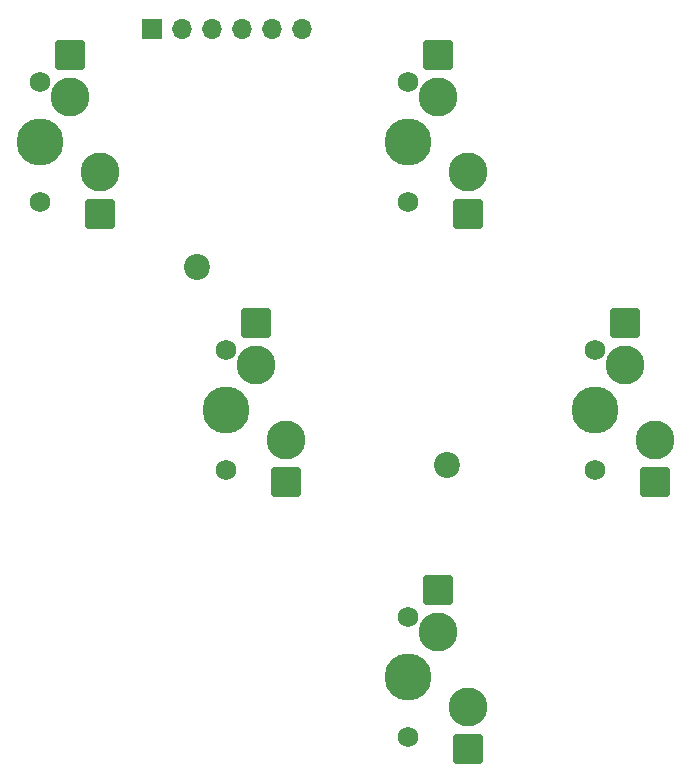
<source format=gbr>
%TF.GenerationSoftware,KiCad,Pcbnew,(6.0.7)*%
%TF.CreationDate,2023-01-05T19:36:49-06:00*%
%TF.ProjectId,OpenRectangle,4f70656e-5265-4637-9461-6e676c652e6b,rev?*%
%TF.SameCoordinates,Original*%
%TF.FileFunction,Soldermask,Bot*%
%TF.FilePolarity,Negative*%
%FSLAX46Y46*%
G04 Gerber Fmt 4.6, Leading zero omitted, Abs format (unit mm)*
G04 Created by KiCad (PCBNEW (6.0.7)) date 2023-01-05 19:36:49*
%MOMM*%
%LPD*%
G01*
G04 APERTURE LIST*
G04 Aperture macros list*
%AMRoundRect*
0 Rectangle with rounded corners*
0 $1 Rounding radius*
0 $2 $3 $4 $5 $6 $7 $8 $9 X,Y pos of 4 corners*
0 Add a 4 corners polygon primitive as box body*
4,1,4,$2,$3,$4,$5,$6,$7,$8,$9,$2,$3,0*
0 Add four circle primitives for the rounded corners*
1,1,$1+$1,$2,$3*
1,1,$1+$1,$4,$5*
1,1,$1+$1,$6,$7*
1,1,$1+$1,$8,$9*
0 Add four rect primitives between the rounded corners*
20,1,$1+$1,$2,$3,$4,$5,0*
20,1,$1+$1,$4,$5,$6,$7,0*
20,1,$1+$1,$6,$7,$8,$9,0*
20,1,$1+$1,$8,$9,$2,$3,0*%
G04 Aperture macros list end*
%ADD10C,3.987800*%
%ADD11C,1.750000*%
%ADD12C,3.300000*%
%ADD13RoundRect,0.250000X1.000000X-1.025000X1.000000X1.025000X-1.000000X1.025000X-1.000000X-1.025000X0*%
%ADD14R,1.700000X1.700000*%
%ADD15O,1.700000X1.700000*%
%ADD16C,2.200000*%
G04 APERTURE END LIST*
D10*
%TO.C,SW18*%
X266952234Y-41809100D03*
D11*
X266952234Y-46889100D03*
X266952234Y-36729100D03*
D12*
X269492234Y-37999100D03*
D13*
X269492234Y-34449100D03*
D12*
X272032234Y-44349100D03*
D13*
X272032234Y-47899100D03*
%TD*%
D11*
%TO.C,SW16*%
X298137234Y-36729100D03*
X298137234Y-46889100D03*
D10*
X298137234Y-41809100D03*
D13*
X300677234Y-34449100D03*
D12*
X300677234Y-37999100D03*
X303217234Y-44349100D03*
D13*
X303217234Y-47899100D03*
%TD*%
D10*
%TO.C,SW17*%
X313907234Y-64496100D03*
D11*
X313907234Y-69576100D03*
X313907234Y-59416100D03*
D13*
X316447234Y-57136100D03*
D12*
X316447234Y-60686100D03*
D13*
X318987234Y-70586100D03*
D12*
X318987234Y-67036100D03*
%TD*%
D14*
%TO.C,J4*%
X276465100Y-32225600D03*
D15*
X279005100Y-32225600D03*
X281545100Y-32225600D03*
X284085100Y-32225600D03*
X286625100Y-32225600D03*
X289165100Y-32225600D03*
%TD*%
D11*
%TO.C,SW19*%
X282722234Y-59416100D03*
X282722234Y-69576100D03*
D10*
X282722234Y-64496100D03*
D12*
X285262234Y-60686100D03*
D13*
X285262234Y-57136100D03*
X287802234Y-70586100D03*
D12*
X287802234Y-67036100D03*
%TD*%
D16*
%TO.C,H7*%
X280250100Y-52390600D03*
%TD*%
%TO.C,H6*%
X301430100Y-69160600D03*
%TD*%
D11*
%TO.C,SW20*%
X298137234Y-82073100D03*
D10*
X298137234Y-87153100D03*
D11*
X298137234Y-92233100D03*
D12*
X300677234Y-83343100D03*
D13*
X300677234Y-79793100D03*
D12*
X303217234Y-89693100D03*
D13*
X303217234Y-93243100D03*
%TD*%
M02*

</source>
